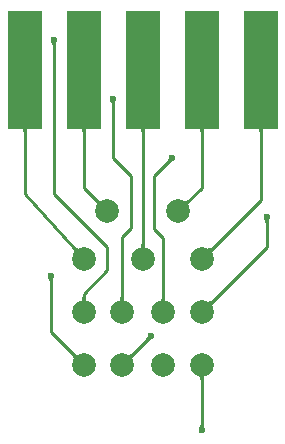
<source format=gbl>
G04*
G04 #@! TF.GenerationSoftware,Altium Limited,Altium Designer,21.3.2 (30)*
G04*
G04 Layer_Physical_Order=2*
G04 Layer_Color=16711680*
%FSLAX25Y25*%
%MOIN*%
G70*
G04*
G04 #@! TF.SameCoordinates,B7D7C0A0-A55D-4CC8-836F-116C6F14137B*
G04*
G04*
G04 #@! TF.FilePolarity,Positive*
G04*
G01*
G75*
%ADD12C,0.01000*%
%ADD13C,0.02362*%
%ADD14R,0.11811X0.39370*%
%ADD15C,0.07874*%
G36*
X16513Y138853D02*
X16457Y138780D01*
X16408Y138702D01*
X16366Y138617D01*
X16330Y138526D01*
X16300Y138430D01*
X16277Y138328D01*
X16261Y138219D01*
X16251Y138105D01*
X16248Y137985D01*
X15248D01*
X15245Y138105D01*
X15235Y138219D01*
X15219Y138328D01*
X15196Y138430D01*
X15166Y138526D01*
X15130Y138617D01*
X15088Y138702D01*
X15039Y138780D01*
X14983Y138853D01*
X14921Y138920D01*
X16575D01*
X16513Y138853D01*
D02*
G37*
G36*
X36198Y119168D02*
X36142Y119095D01*
X36093Y119017D01*
X36051Y118932D01*
X36015Y118841D01*
X35985Y118745D01*
X35963Y118642D01*
X35946Y118534D01*
X35936Y118420D01*
X35933Y118300D01*
X34933D01*
X34930Y118420D01*
X34920Y118534D01*
X34904Y118642D01*
X34881Y118745D01*
X34851Y118841D01*
X34815Y118932D01*
X34773Y119017D01*
X34724Y119095D01*
X34668Y119168D01*
X34606Y119235D01*
X36260D01*
X36198Y119168D01*
D02*
G37*
G36*
X85551Y110238D02*
X85466Y110208D01*
X85391Y110158D01*
X85326Y110088D01*
X85271Y109998D01*
X85226Y109888D01*
X85191Y109758D01*
X85166Y109608D01*
X85151Y109438D01*
X85146Y109248D01*
X84146D01*
X84141Y109438D01*
X84126Y109608D01*
X84101Y109758D01*
X84066Y109888D01*
X84021Y109998D01*
X83966Y110088D01*
X83901Y110158D01*
X83826Y110208D01*
X83741Y110238D01*
X83646Y110248D01*
X85646D01*
X85551Y110238D01*
D02*
G37*
G36*
X65866D02*
X65781Y110208D01*
X65706Y110158D01*
X65641Y110088D01*
X65586Y109998D01*
X65541Y109888D01*
X65506Y109758D01*
X65481Y109608D01*
X65466Y109438D01*
X65461Y109248D01*
X64461D01*
X64456Y109438D01*
X64441Y109608D01*
X64416Y109758D01*
X64381Y109888D01*
X64336Y109998D01*
X64281Y110088D01*
X64216Y110158D01*
X64141Y110208D01*
X64056Y110238D01*
X63961Y110248D01*
X65961D01*
X65866Y110238D01*
D02*
G37*
G36*
X46181D02*
X46096Y110208D01*
X46021Y110158D01*
X45956Y110088D01*
X45901Y109998D01*
X45856Y109888D01*
X45821Y109758D01*
X45796Y109608D01*
X45781Y109438D01*
X45776Y109248D01*
X44776D01*
X44771Y109438D01*
X44756Y109608D01*
X44731Y109758D01*
X44696Y109888D01*
X44651Y109998D01*
X44596Y110088D01*
X44531Y110158D01*
X44456Y110208D01*
X44371Y110238D01*
X44276Y110248D01*
X46276D01*
X46181Y110238D01*
D02*
G37*
G36*
X26496D02*
X26411Y110208D01*
X26336Y110158D01*
X26270Y110088D01*
X26216Y109998D01*
X26171Y109888D01*
X26136Y109758D01*
X26111Y109608D01*
X26096Y109438D01*
X26091Y109248D01*
X25091D01*
X25086Y109438D01*
X25071Y109608D01*
X25046Y109758D01*
X25011Y109888D01*
X24965Y109998D01*
X24911Y110088D01*
X24846Y110158D01*
X24771Y110208D01*
X24686Y110238D01*
X24590Y110248D01*
X26591D01*
X26496Y110238D01*
D02*
G37*
G36*
X6810D02*
X6725Y110208D01*
X6650Y110158D01*
X6585Y110088D01*
X6531Y109998D01*
X6486Y109888D01*
X6451Y109758D01*
X6425Y109608D01*
X6410Y109438D01*
X6406Y109248D01*
X5406D01*
X5401Y109438D01*
X5385Y109608D01*
X5361Y109758D01*
X5325Y109888D01*
X5280Y109998D01*
X5226Y110088D01*
X5161Y110158D01*
X5085Y110208D01*
X5001Y110238D01*
X4905Y110248D01*
X6905D01*
X6810Y110238D01*
D02*
G37*
G36*
X55106Y99213D02*
X55015Y99209D01*
X54924Y99197D01*
X54834Y99176D01*
X54744Y99146D01*
X54654Y99107D01*
X54565Y99060D01*
X54477Y99004D01*
X54389Y98939D01*
X54301Y98865D01*
X54214Y98782D01*
X53507Y99489D01*
X53589Y99577D01*
X53663Y99664D01*
X53728Y99752D01*
X53784Y99841D01*
X53832Y99930D01*
X53870Y100020D01*
X53900Y100109D01*
X53921Y100200D01*
X53934Y100291D01*
X53937Y100382D01*
X55106Y99213D01*
D02*
G37*
G36*
X60909Y85792D02*
X60781Y85658D01*
X60673Y85528D01*
X60584Y85404D01*
X60513Y85283D01*
X60461Y85168D01*
X60429Y85058D01*
X60415Y84952D01*
X60420Y84851D01*
X60444Y84754D01*
X60486Y84663D01*
X59072Y86077D01*
X59164Y86034D01*
X59260Y86010D01*
X59361Y86005D01*
X59467Y86019D01*
X59578Y86052D01*
X59693Y86104D01*
X59813Y86174D01*
X59938Y86264D01*
X60067Y86372D01*
X60202Y86499D01*
X60909Y85792D01*
D02*
G37*
G36*
X30484Y86372D02*
X30613Y86264D01*
X30738Y86174D01*
X30858Y86104D01*
X30974Y86052D01*
X31084Y86019D01*
X31190Y86005D01*
X31291Y86010D01*
X31387Y86034D01*
X31479Y86077D01*
X30065Y84663D01*
X30108Y84754D01*
X30131Y84851D01*
X30136Y84952D01*
X30122Y85058D01*
X30090Y85168D01*
X30038Y85283D01*
X29967Y85404D01*
X29878Y85528D01*
X29770Y85658D01*
X29643Y85792D01*
X30350Y86499D01*
X30484Y86372D01*
D02*
G37*
G36*
X87379Y79798D02*
X87323Y79725D01*
X87274Y79646D01*
X87232Y79562D01*
X87196Y79471D01*
X87166Y79375D01*
X87144Y79272D01*
X87127Y79164D01*
X87117Y79050D01*
X87114Y78930D01*
X86114D01*
X86111Y79050D01*
X86101Y79164D01*
X86085Y79272D01*
X86062Y79375D01*
X86032Y79471D01*
X85997Y79562D01*
X85954Y79646D01*
X85905Y79725D01*
X85849Y79798D01*
X85787Y79865D01*
X87441D01*
X87379Y79798D01*
D02*
G37*
G36*
X45781Y71649D02*
X45796Y71481D01*
X45821Y71330D01*
X45856Y71195D01*
X45901Y71077D01*
X45956Y70976D01*
X46021Y70891D01*
X46096Y70823D01*
X46181Y70772D01*
X46276Y70737D01*
X44276D01*
X44371Y70772D01*
X44456Y70823D01*
X44531Y70891D01*
X44596Y70976D01*
X44651Y71077D01*
X44696Y71195D01*
X44731Y71330D01*
X44756Y71481D01*
X44771Y71649D01*
X44776Y71834D01*
X45776D01*
X45781Y71649D01*
D02*
G37*
G36*
X68783Y70044D02*
X68656Y69910D01*
X68547Y69780D01*
X68458Y69656D01*
X68387Y69535D01*
X68336Y69420D01*
X68303Y69310D01*
X68289Y69204D01*
X68294Y69103D01*
X68318Y69006D01*
X68360Y68915D01*
X66946Y70329D01*
X67038Y70286D01*
X67134Y70262D01*
X67235Y70257D01*
X67341Y70271D01*
X67452Y70304D01*
X67567Y70356D01*
X67687Y70426D01*
X67812Y70516D01*
X67941Y70624D01*
X68076Y70751D01*
X68783Y70044D01*
D02*
G37*
G36*
X22789Y70762D02*
X22913Y70647D01*
X23034Y70552D01*
X23150Y70476D01*
X23263Y70419D01*
X23372Y70381D01*
X23477Y70362D01*
X23578Y70362D01*
X23675Y70381D01*
X23769Y70419D01*
X22289Y69074D01*
X22336Y69164D01*
X22365Y69259D01*
X22374Y69359D01*
X22365Y69466D01*
X22338Y69578D01*
X22292Y69696D01*
X22227Y69819D01*
X22144Y69948D01*
X22042Y70082D01*
X21921Y70222D01*
X22661Y70895D01*
X22789Y70762D01*
D02*
G37*
G36*
X15529Y60113D02*
X15473Y60040D01*
X15424Y59961D01*
X15381Y59877D01*
X15346Y59786D01*
X15316Y59690D01*
X15293Y59587D01*
X15277Y59479D01*
X15267Y59365D01*
X15264Y59245D01*
X14264D01*
X14261Y59365D01*
X14251Y59479D01*
X14234Y59587D01*
X14211Y59690D01*
X14182Y59786D01*
X14146Y59877D01*
X14104Y59961D01*
X14055Y60040D01*
X13999Y60113D01*
X13937Y60180D01*
X15590D01*
X15529Y60113D01*
D02*
G37*
G36*
X52670Y53933D02*
X52685Y53765D01*
X52710Y53613D01*
X52745Y53478D01*
X52790Y53360D01*
X52845Y53259D01*
X52910Y53174D01*
X52985Y53106D01*
X53070Y53055D01*
X53165Y53021D01*
X51165D01*
X51260Y53055D01*
X51345Y53106D01*
X51420Y53174D01*
X51485Y53259D01*
X51540Y53360D01*
X51585Y53478D01*
X51620Y53613D01*
X51645Y53765D01*
X51660Y53933D01*
X51665Y54118D01*
X52665D01*
X52670Y53933D01*
D02*
G37*
G36*
X38891D02*
X38906Y53765D01*
X38931Y53613D01*
X38966Y53478D01*
X39011Y53360D01*
X39066Y53259D01*
X39131Y53174D01*
X39206Y53106D01*
X39291Y53055D01*
X39386Y53021D01*
X37386D01*
X37481Y53055D01*
X37566Y53106D01*
X37641Y53174D01*
X37706Y53259D01*
X37761Y53360D01*
X37806Y53478D01*
X37841Y53613D01*
X37866Y53765D01*
X37881Y53933D01*
X37886Y54118D01*
X38886D01*
X38891Y53933D01*
D02*
G37*
G36*
X26096D02*
X26111Y53765D01*
X26136Y53613D01*
X26171Y53478D01*
X26216Y53360D01*
X26270Y53259D01*
X26336Y53174D01*
X26411Y53106D01*
X26496Y53055D01*
X26591Y53021D01*
X24590D01*
X24686Y53055D01*
X24771Y53106D01*
X24846Y53174D01*
X24911Y53259D01*
X24965Y53360D01*
X25011Y53478D01*
X25046Y53613D01*
X25071Y53765D01*
X25086Y53933D01*
X25091Y54118D01*
X26091D01*
X26096Y53933D01*
D02*
G37*
G36*
X68783Y52328D02*
X68656Y52193D01*
X68547Y52064D01*
X68458Y51939D01*
X68387Y51819D01*
X68336Y51704D01*
X68303Y51593D01*
X68289Y51487D01*
X68294Y51386D01*
X68318Y51290D01*
X68360Y51198D01*
X66946Y52612D01*
X67038Y52570D01*
X67134Y52546D01*
X67235Y52541D01*
X67341Y52555D01*
X67452Y52587D01*
X67567Y52639D01*
X67687Y52710D01*
X67812Y52799D01*
X67941Y52907D01*
X68076Y53035D01*
X68783Y52328D01*
D02*
G37*
G36*
X48118Y40059D02*
X48027Y40056D01*
X47936Y40043D01*
X47846Y40022D01*
X47756Y39992D01*
X47666Y39954D01*
X47577Y39906D01*
X47489Y39850D01*
X47401Y39785D01*
X47313Y39711D01*
X47226Y39629D01*
X46519Y40336D01*
X46601Y40423D01*
X46675Y40511D01*
X46740Y40599D01*
X46796Y40688D01*
X46844Y40777D01*
X46882Y40866D01*
X46912Y40956D01*
X46933Y41046D01*
X46945Y41137D01*
X46949Y41228D01*
X48118Y40059D01*
D02*
G37*
G36*
X42208Y34611D02*
X42081Y34477D01*
X41972Y34347D01*
X41883Y34222D01*
X41812Y34102D01*
X41761Y33987D01*
X41728Y33876D01*
X41714Y33771D01*
X41719Y33670D01*
X41743Y33573D01*
X41785Y33481D01*
X40371Y34896D01*
X40463Y34853D01*
X40559Y34829D01*
X40660Y34824D01*
X40766Y34838D01*
X40877Y34871D01*
X40992Y34923D01*
X41112Y34993D01*
X41237Y35083D01*
X41366Y35191D01*
X41501Y35318D01*
X42208Y34611D01*
D02*
G37*
G36*
X22610Y35191D02*
X22739Y35083D01*
X22864Y34993D01*
X22984Y34923D01*
X23099Y34871D01*
X23210Y34838D01*
X23316Y34824D01*
X23417Y34829D01*
X23513Y34853D01*
X23605Y34896D01*
X22191Y33481D01*
X22234Y33573D01*
X22257Y33670D01*
X22262Y33771D01*
X22248Y33876D01*
X22216Y33987D01*
X22164Y34102D01*
X22093Y34222D01*
X22004Y34347D01*
X21896Y34477D01*
X21768Y34611D01*
X22476Y35318D01*
X22610Y35191D01*
D02*
G37*
G36*
X52669Y31186D02*
X52678Y31072D01*
X52695Y30964D01*
X52718Y30861D01*
X52747Y30765D01*
X52783Y30674D01*
X52825Y30590D01*
X52874Y30511D01*
X52930Y30438D01*
X52992Y30371D01*
X51339D01*
X51401Y30438D01*
X51456Y30511D01*
X51505Y30590D01*
X51548Y30674D01*
X51584Y30765D01*
X51613Y30861D01*
X51636Y30964D01*
X51652Y31072D01*
X51662Y31186D01*
X51665Y31306D01*
X52665D01*
X52669Y31186D01*
D02*
G37*
G36*
X65866Y27654D02*
X65781Y27602D01*
X65706Y27534D01*
X65641Y27450D01*
X65586Y27348D01*
X65541Y27230D01*
X65506Y27095D01*
X65481Y26944D01*
X65466Y26776D01*
X65461Y26591D01*
X64461D01*
X64456Y26776D01*
X64441Y26944D01*
X64416Y27095D01*
X64381Y27230D01*
X64336Y27348D01*
X64281Y27450D01*
X64216Y27534D01*
X64141Y27602D01*
X64056Y27654D01*
X63961Y27688D01*
X65961D01*
X65866Y27654D01*
D02*
G37*
G36*
X65464Y11501D02*
X65474Y11387D01*
X65490Y11279D01*
X65513Y11176D01*
X65542Y11080D01*
X65578Y10989D01*
X65621Y10905D01*
X65670Y10826D01*
X65725Y10753D01*
X65787Y10686D01*
X64134D01*
X64196Y10753D01*
X64252Y10826D01*
X64301Y10905D01*
X64343Y10989D01*
X64379Y11080D01*
X64408Y11176D01*
X64431Y11279D01*
X64448Y11387D01*
X64457Y11501D01*
X64461Y11621D01*
X65461D01*
X65464Y11501D01*
D02*
G37*
D12*
X38386Y31496D02*
X48130Y41240D01*
X64961Y49213D02*
X86614Y70866D01*
Y80709D01*
X49213Y76772D02*
Y94488D01*
Y76772D02*
X52165Y73819D01*
Y49213D02*
Y73819D01*
X41339Y77165D02*
Y94488D01*
X38386Y49213D02*
Y74213D01*
X41339Y77165D01*
X35433Y100394D02*
X41339Y94488D01*
X49213D02*
X55118Y100394D01*
X84646Y86614D02*
Y129921D01*
X64961Y66929D02*
X84646Y86614D01*
X64961Y90551D02*
Y129921D01*
X57087Y82677D02*
X64961Y90551D01*
X25591D02*
Y129921D01*
Y90551D02*
X33465Y82677D01*
X35433Y100394D02*
Y120079D01*
X25591Y49213D02*
Y55118D01*
X33465Y62992D01*
Y70866D01*
X64961Y9843D02*
Y31496D01*
X52165Y29528D02*
Y31496D01*
X14764Y42323D02*
Y61024D01*
Y42323D02*
X25591Y31496D01*
X15748Y88583D02*
X33465Y70866D01*
X15748Y88583D02*
Y139764D01*
X45276Y66929D02*
Y129921D01*
X5906Y88583D02*
X25591Y66929D01*
X5906Y88583D02*
Y129921D01*
D13*
X48130Y41240D02*
D03*
X86614Y80709D02*
D03*
X55118Y100394D02*
D03*
X35433Y120079D02*
D03*
X64961Y9843D02*
D03*
X52165Y29528D02*
D03*
X15748Y139764D02*
D03*
X14764Y61024D02*
D03*
D14*
X25591Y129921D02*
D03*
X64961D02*
D03*
X45276D02*
D03*
X84646D02*
D03*
X5906D02*
D03*
D15*
X64961Y66929D02*
D03*
X57087Y82677D02*
D03*
X45276Y66929D02*
D03*
X33465Y82677D02*
D03*
X25591Y66929D02*
D03*
X64961Y31496D02*
D03*
X52165D02*
D03*
X38386D02*
D03*
X25591D02*
D03*
X64961Y49213D02*
D03*
X52165D02*
D03*
X38386D02*
D03*
X25591D02*
D03*
M02*

</source>
